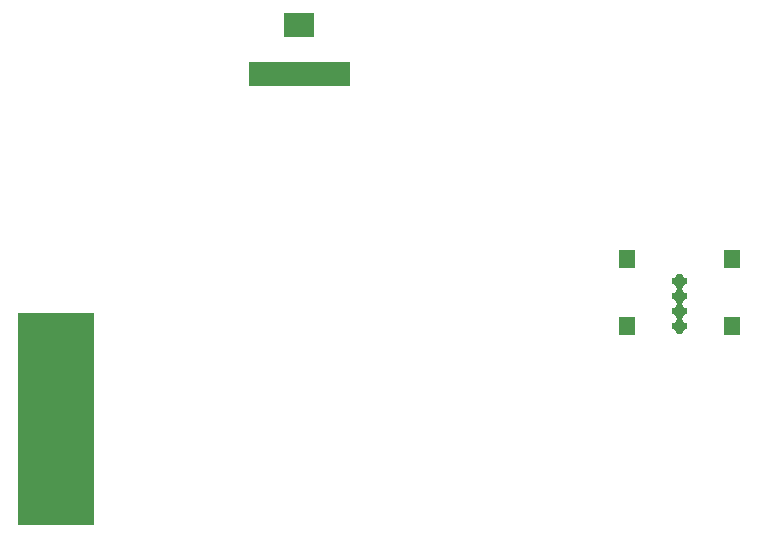
<source format=gko>
G04*
G04 #@! TF.GenerationSoftware,Altium Limited,Altium Designer,22.2.1 (43)*
G04*
G04 Layer_Color=16711935*
%FSLAX25Y25*%
%MOIN*%
G70*
G04*
G04 #@! TF.SameCoordinates,854AD7C7-718E-4D2E-BE00-AD7F3FE1A44B*
G04*
G04*
G04 #@! TF.FilePolarity,Positive*
G04*
G01*
G75*
%ADD81R,0.05610X0.06201*%
%ADD82R,0.25591X0.70866*%
G36*
X-23524Y127461D02*
X-33366D01*
Y135335D01*
X-23524D01*
Y127461D01*
D02*
G37*
G36*
X-11516Y110925D02*
X-44980D01*
Y118799D01*
X-11516D01*
Y110925D01*
D02*
G37*
G36*
X99375Y48361D02*
X99378Y48303D01*
X99382Y48224D01*
X99394Y48142D01*
X99410Y48063D01*
X99429Y47984D01*
X99453Y47905D01*
X99476Y47831D01*
X99508Y47756D01*
X99543Y47681D01*
X99583Y47610D01*
X99626Y47543D01*
X99669Y47476D01*
X99721Y47409D01*
X99772Y47350D01*
X99831Y47291D01*
X99890Y47232D01*
X99949Y47181D01*
X100016Y47130D01*
X100083Y47087D01*
X100150Y47043D01*
X100221Y47004D01*
X100295Y46968D01*
X100370Y46937D01*
X100445Y46913D01*
X100524Y46890D01*
X100602Y46870D01*
X100681Y46854D01*
X100764Y46843D01*
X100842Y46839D01*
X100925Y46835D01*
Y44937D01*
X100842Y44933D01*
X100764Y44929D01*
X100681Y44917D01*
X100602Y44902D01*
X100524Y44882D01*
X100445Y44858D01*
X100370Y44835D01*
X100295Y44803D01*
X100221Y44768D01*
X100150Y44728D01*
X100083Y44685D01*
X100016Y44642D01*
X99949Y44590D01*
X99890Y44539D01*
X99831Y44480D01*
X99772Y44421D01*
X99721Y44362D01*
X99669Y44295D01*
X99626Y44228D01*
X99583Y44161D01*
X99543Y44091D01*
X99508Y44016D01*
X99476Y43941D01*
X99453Y43866D01*
X99429Y43787D01*
X99410Y43709D01*
X99394Y43630D01*
X99382Y43547D01*
X99378Y43468D01*
X99375Y43411D01*
Y43361D01*
X99378Y43303D01*
X99382Y43224D01*
X99394Y43142D01*
X99410Y43063D01*
X99429Y42984D01*
X99453Y42906D01*
X99476Y42831D01*
X99508Y42756D01*
X99543Y42681D01*
X99583Y42610D01*
X99626Y42543D01*
X99669Y42476D01*
X99721Y42409D01*
X99772Y42350D01*
X99831Y42291D01*
X99890Y42232D01*
X99949Y42181D01*
X100016Y42130D01*
X100083Y42087D01*
X100150Y42043D01*
X100221Y42004D01*
X100295Y41969D01*
X100370Y41937D01*
X100445Y41913D01*
X100524Y41890D01*
X100602Y41870D01*
X100681Y41854D01*
X100764Y41842D01*
X100842Y41839D01*
X100925Y41835D01*
Y39937D01*
X100842Y39933D01*
X100764Y39929D01*
X100681Y39917D01*
X100602Y39902D01*
X100524Y39882D01*
X100445Y39858D01*
X100370Y39835D01*
X100295Y39803D01*
X100221Y39768D01*
X100150Y39728D01*
X100083Y39685D01*
X100016Y39642D01*
X99949Y39590D01*
X99890Y39539D01*
X99831Y39480D01*
X99772Y39421D01*
X99721Y39362D01*
X99669Y39295D01*
X99626Y39228D01*
X99583Y39161D01*
X99543Y39090D01*
X99508Y39016D01*
X99476Y38941D01*
X99453Y38866D01*
X99429Y38787D01*
X99410Y38709D01*
X99394Y38630D01*
X99382Y38547D01*
X99378Y38469D01*
X99375Y38411D01*
Y38361D01*
X99378Y38303D01*
X99382Y38224D01*
X99394Y38142D01*
X99410Y38063D01*
X99429Y37984D01*
X99453Y37905D01*
X99476Y37831D01*
X99508Y37756D01*
X99543Y37681D01*
X99583Y37610D01*
X99626Y37543D01*
X99669Y37476D01*
X99721Y37409D01*
X99772Y37350D01*
X99831Y37291D01*
X99890Y37232D01*
X99949Y37181D01*
X100016Y37130D01*
X100083Y37087D01*
X100150Y37043D01*
X100221Y37004D01*
X100295Y36968D01*
X100370Y36937D01*
X100445Y36913D01*
X100524Y36890D01*
X100602Y36870D01*
X100681Y36854D01*
X100764Y36843D01*
X100842Y36839D01*
X100925Y36835D01*
Y34937D01*
X100842Y34933D01*
X100764Y34929D01*
X100681Y34917D01*
X100602Y34902D01*
X100524Y34882D01*
X100445Y34858D01*
X100370Y34835D01*
X100295Y34803D01*
X100221Y34768D01*
X100150Y34728D01*
X100083Y34685D01*
X100016Y34642D01*
X99949Y34591D01*
X99890Y34539D01*
X99831Y34480D01*
X99772Y34421D01*
X99721Y34362D01*
X99669Y34295D01*
X99626Y34228D01*
X99583Y34161D01*
X99543Y34091D01*
X99508Y34016D01*
X99476Y33941D01*
X99453Y33866D01*
X99429Y33787D01*
X99410Y33709D01*
X99394Y33630D01*
X99382Y33547D01*
X99378Y33468D01*
X99375Y33411D01*
Y33361D01*
X99378Y33303D01*
X99382Y33224D01*
X99394Y33142D01*
X99410Y33063D01*
X99429Y32984D01*
X99453Y32906D01*
X99476Y32831D01*
X99508Y32756D01*
X99543Y32681D01*
X99583Y32610D01*
X99626Y32543D01*
X99669Y32476D01*
X99721Y32409D01*
X99772Y32350D01*
X99831Y32291D01*
X99890Y32232D01*
X99949Y32181D01*
X100016Y32130D01*
X100083Y32087D01*
X100150Y32043D01*
X100221Y32004D01*
X100295Y31969D01*
X100370Y31937D01*
X100445Y31913D01*
X100524Y31890D01*
X100602Y31870D01*
X100681Y31854D01*
X100764Y31842D01*
X100842Y31839D01*
X100925Y31835D01*
Y29937D01*
X100842Y29933D01*
X100764Y29929D01*
X100681Y29917D01*
X100602Y29902D01*
X100524Y29882D01*
X100445Y29858D01*
X100370Y29835D01*
X100295Y29803D01*
X100221Y29768D01*
X100150Y29728D01*
X100083Y29685D01*
X100016Y29642D01*
X99949Y29590D01*
X99890Y29539D01*
X99831Y29480D01*
X99772Y29421D01*
X99721Y29362D01*
X99669Y29295D01*
X99626Y29228D01*
X99583Y29161D01*
X99543Y29090D01*
X99508Y29016D01*
X99476Y28941D01*
X99453Y28866D01*
X99429Y28787D01*
X99410Y28709D01*
X99394Y28630D01*
X99382Y28547D01*
X99378Y28468D01*
X99375Y28411D01*
Y28386D01*
X97475D01*
Y28411D01*
X97473Y28468D01*
X97469Y28547D01*
X97457Y28630D01*
X97441Y28709D01*
X97421Y28787D01*
X97398Y28866D01*
X97374Y28941D01*
X97342Y29016D01*
X97307Y29090D01*
X97268Y29161D01*
X97224Y29228D01*
X97181Y29295D01*
X97130Y29362D01*
X97079Y29421D01*
X97020Y29480D01*
X96961Y29539D01*
X96902Y29590D01*
X96835Y29642D01*
X96768Y29685D01*
X96701Y29728D01*
X96630Y29768D01*
X96555Y29803D01*
X96480Y29835D01*
X96406Y29858D01*
X96327Y29882D01*
X96248Y29902D01*
X96169Y29917D01*
X96087Y29929D01*
X96008Y29933D01*
X95925Y29937D01*
Y31835D01*
X96008Y31839D01*
X96087Y31842D01*
X96169Y31854D01*
X96248Y31870D01*
X96327Y31890D01*
X96406Y31913D01*
X96480Y31937D01*
X96555Y31969D01*
X96630Y32004D01*
X96701Y32043D01*
X96768Y32087D01*
X96835Y32130D01*
X96902Y32181D01*
X96961Y32232D01*
X97020Y32291D01*
X97079Y32350D01*
X97130Y32409D01*
X97181Y32476D01*
X97224Y32543D01*
X97268Y32610D01*
X97307Y32681D01*
X97342Y32756D01*
X97374Y32831D01*
X97398Y32906D01*
X97421Y32984D01*
X97441Y33063D01*
X97457Y33142D01*
X97469Y33224D01*
X97473Y33303D01*
X97475Y33361D01*
Y33411D01*
X97473Y33468D01*
X97469Y33547D01*
X97457Y33630D01*
X97441Y33709D01*
X97421Y33787D01*
X97398Y33866D01*
X97374Y33941D01*
X97342Y34016D01*
X97307Y34091D01*
X97268Y34161D01*
X97224Y34228D01*
X97181Y34295D01*
X97130Y34362D01*
X97079Y34421D01*
X97020Y34480D01*
X96961Y34539D01*
X96902Y34591D01*
X96835Y34642D01*
X96768Y34685D01*
X96701Y34728D01*
X96630Y34768D01*
X96555Y34803D01*
X96480Y34835D01*
X96406Y34858D01*
X96327Y34882D01*
X96248Y34902D01*
X96169Y34917D01*
X96087Y34929D01*
X96008Y34933D01*
X95925Y34937D01*
Y36835D01*
X96008Y36839D01*
X96087Y36843D01*
X96169Y36854D01*
X96248Y36870D01*
X96327Y36890D01*
X96406Y36913D01*
X96480Y36937D01*
X96555Y36968D01*
X96630Y37004D01*
X96701Y37043D01*
X96768Y37087D01*
X96835Y37130D01*
X96902Y37181D01*
X96961Y37232D01*
X97020Y37291D01*
X97079Y37350D01*
X97130Y37409D01*
X97181Y37476D01*
X97224Y37543D01*
X97268Y37610D01*
X97307Y37681D01*
X97342Y37756D01*
X97374Y37831D01*
X97398Y37905D01*
X97421Y37984D01*
X97441Y38063D01*
X97457Y38142D01*
X97469Y38224D01*
X97473Y38303D01*
X97475Y38361D01*
Y38411D01*
X97473Y38469D01*
X97469Y38547D01*
X97457Y38630D01*
X97441Y38709D01*
X97421Y38787D01*
X97398Y38866D01*
X97374Y38941D01*
X97342Y39016D01*
X97307Y39090D01*
X97268Y39161D01*
X97224Y39228D01*
X97181Y39295D01*
X97130Y39362D01*
X97079Y39421D01*
X97020Y39480D01*
X96961Y39539D01*
X96902Y39590D01*
X96835Y39642D01*
X96768Y39685D01*
X96701Y39728D01*
X96630Y39768D01*
X96555Y39803D01*
X96480Y39835D01*
X96406Y39858D01*
X96327Y39882D01*
X96248Y39902D01*
X96169Y39917D01*
X96087Y39929D01*
X96008Y39933D01*
X95925Y39937D01*
Y41835D01*
X96008Y41839D01*
X96087Y41842D01*
X96169Y41854D01*
X96248Y41870D01*
X96327Y41890D01*
X96406Y41913D01*
X96480Y41937D01*
X96555Y41969D01*
X96630Y42004D01*
X96701Y42043D01*
X96768Y42087D01*
X96835Y42130D01*
X96902Y42181D01*
X96961Y42232D01*
X97020Y42291D01*
X97079Y42350D01*
X97130Y42409D01*
X97181Y42476D01*
X97224Y42543D01*
X97268Y42610D01*
X97307Y42681D01*
X97342Y42756D01*
X97374Y42831D01*
X97398Y42906D01*
X97421Y42984D01*
X97441Y43063D01*
X97457Y43142D01*
X97469Y43224D01*
X97473Y43303D01*
X97475Y43361D01*
Y43411D01*
X97473Y43468D01*
X97469Y43547D01*
X97457Y43630D01*
X97441Y43709D01*
X97421Y43787D01*
X97398Y43866D01*
X97374Y43941D01*
X97342Y44016D01*
X97307Y44091D01*
X97268Y44161D01*
X97224Y44228D01*
X97181Y44295D01*
X97130Y44362D01*
X97079Y44421D01*
X97020Y44480D01*
X96961Y44539D01*
X96902Y44590D01*
X96835Y44642D01*
X96768Y44685D01*
X96701Y44728D01*
X96630Y44768D01*
X96555Y44803D01*
X96480Y44835D01*
X96406Y44858D01*
X96327Y44882D01*
X96248Y44902D01*
X96169Y44917D01*
X96087Y44929D01*
X96008Y44933D01*
X95925Y44937D01*
Y46835D01*
X96008Y46839D01*
X96087Y46843D01*
X96169Y46854D01*
X96248Y46870D01*
X96327Y46890D01*
X96406Y46913D01*
X96480Y46937D01*
X96555Y46968D01*
X96630Y47004D01*
X96701Y47043D01*
X96768Y47087D01*
X96835Y47130D01*
X96902Y47181D01*
X96961Y47232D01*
X97020Y47291D01*
X97079Y47350D01*
X97130Y47409D01*
X97181Y47476D01*
X97224Y47543D01*
X97268Y47610D01*
X97307Y47681D01*
X97342Y47756D01*
X97374Y47831D01*
X97398Y47905D01*
X97421Y47984D01*
X97441Y48063D01*
X97457Y48142D01*
X97469Y48224D01*
X97473Y48303D01*
X97475Y48361D01*
Y48386D01*
X99375D01*
Y48361D01*
D02*
G37*
D81*
X81054Y30877D02*
D03*
Y53377D02*
D03*
X115798Y30896D02*
D03*
Y53396D02*
D03*
D82*
X-109252Y-0D02*
D03*
M02*

</source>
